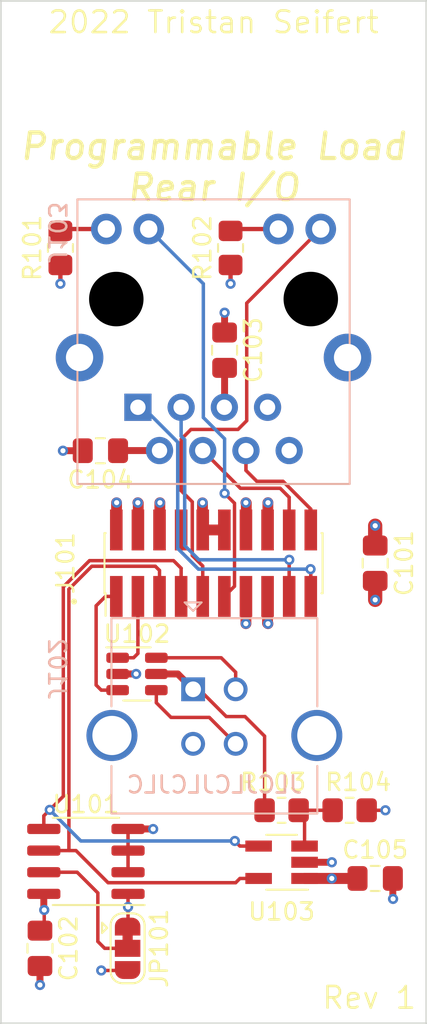
<source format=kicad_pcb>
(kicad_pcb (version 20211014) (generator pcbnew)
  (title_block (title "Rear IO (USB + Ethernet)") (rev "1") (comment 1 "Mounted to 12mm M2.5 standoffs on rear panel"))
  (layers (0 "F.Cu" signal) (1 "In1.Cu" signal) (2 "In2.Cu" signal) (31 "B.Cu" signal) (34 "B.Paste" user) (35 "F.Paste" user) (36 "B.SilkS" user "B.Silkscreen") (37 "F.SilkS" user "F.Silkscreen") (38 "B.Mask" user) (39 "F.Mask" user) (44 "Edge.Cuts" user))
  (net 0 "")
  (net 1 "+3V3")
  (net 2 "GND")
  (net 3 "/USB_D+")
  (net 4 "/USB_D-")
  (net 5 "/SCL")
  (net 6 "/SDA")
  (net 7 "/~{IRQ}")
  (net 8 "/ETH_LED1")
  (net 9 "/ETH_LED0")
  (net 10 "/ETH_TX-")
  (net 11 "/ETH_RX+")
  (net 12 "/ETH_TX+")
  (net 13 "/ETH_RX-")
  (net 14 "Net-(JP101-Pad2)")
  (net 15 "VBUS")
  (net 16 "Net-(J102-Pad2)")
  (net 17 "Net-(J102-Pad3)")
  (net 21 "Net-(J103-Pad9)")
  (net 22 "Net-(J103-Pad11)")
  (net 23 "Net-(C103-Pad2)")
  (net 24 "Net-(C104-Pad2)")
  (net 27 "Net-(R103-Pad2)")
  (footprint "Package_TO_SOT_SMD:SOT-23-6" (layer "F.Cu") (at 35.5 64.5)
    (fp_text reference "U102" (at 0 -2.35) (layer "F.SilkS"))
    (fp_text value "WE-TVS-82400102" hide)
    (fp_line (start 0 -1.56) (end -1.8 -1.56) (layer "F.SilkS") (width 0.12))
    (fp_line (start 0 1.56) (end -0.8 1.56) (layer "F.SilkS") (width 0.12))
    (fp_line (start 0 1.56) (end 0.8 1.56) (layer "F.SilkS") (width 0.12))
    (fp_line (start 0 -1.56) (end 0.8 -1.56) (layer "F.SilkS") (width 0.12))
    (pad "1" smd roundrect (at -1.1375 -0.95) (size 1.325 0.6) (layers "F.Cu" "F.Paste" "F.Mask") (net 4 "/USB_D-"))
    (pad "2" smd roundrect (at -1.1375 0) (size 1.325 0.6) (layers "F.Cu" "F.Paste" "F.Mask") (net 2 "GND"))
    (pad "3" smd roundrect (at -1.1375 0.95) (size 1.325 0.6) (layers "F.Cu" "F.Paste" "F.Mask") (net 3 "/USB_D+"))
    (pad "4" smd roundrect (at 1.1375 0.95) (size 1.325 0.6) (layers "F.Cu" "F.Paste" "F.Mask") (net 17 "Net-(J102-Pad3)"))
    (pad "5" smd roundrect (at 1.1375 0) (size 1.325 0.6) (layers "F.Cu" "F.Paste" "F.Mask") (net 15 "VBUS"))
    (pad "6" smd roundrect (at 1.1375 -0.95) (size 1.325 0.6) (layers "F.Cu" "F.Paste" "F.Mask") (net 16 "Net-(J102-Pad2)"))
  )
  (footprint "Capacitor_SMD:C_0805_2012Metric_Pad1.18x1.45mm_HandSolder" (layer "F.Cu") (at 49.5 76.5)
    (fp_text reference "C105" (at 0 -1.68) (layer "F.SilkS"))
    (fp_text value "100nF" hide)
    (fp_line (start -0.261252 -0.735) (end 0.261252 -0.735) (layer "F.SilkS") (width 0.12))
    (fp_line (start -0.261252 0.735) (end 0.261252 0.735) (layer "F.SilkS") (width 0.12))
    (pad "1" smd roundrect (at -1.0375 0) (size 1.175 1.45) (layers "F.Cu" "F.Paste" "F.Mask") (roundrect_rratio 0.2127659574) (net 1 "+3V3"))
    (pad "2" smd roundrect (at 1.0375 0) (size 1.175 1.45) (layers "F.Cu" "F.Paste" "F.Mask") (roundrect_rratio 0.2127659574) (net 2 "GND"))
  )
  (footprint "MountingHole:MountingHole_2.7mm_M2.5" (layer "F.Cu") (at 40 80)
    (fp_text reference "H102" hide)
    (fp_text value "MountingHole" hide)
    (pad "" np_thru_hole circle (at 0 0) (size 2.7 2.7) (drill 2.7) (layers *.Cu *.Mask))
  )
  (footprint "Jumper:SolderJumper-3_P1.3mm_Bridged12_RoundedPad1.0x1.5mm" (layer "F.Cu") (at 34.95 80.6 -90)
    (fp_text reference "JP101" (at 0 -1.85 90) (layer "F.SilkS"))
    (fp_text value "Cfg WP" hide)
    (fp_poly (pts (xy -0.9 -0.3) (xy -0.4 -0.3) (xy -0.4 0.3) (xy -0.9 0.3)) (layer "F.Cu") (width 0) (fill solid))
    (fp_line (start -1.2 1.2) (end -1.5 1.5) (layer "F.SilkS") (width 0.12))
    (fp_line (start -1.2 1.2) (end -0.9 1.5) (layer "F.SilkS") (width 0.12))
    (fp_line (start -1.4 -1) (end 1.4 -1) (layer "F.SilkS") (width 0.12))
    (fp_line (start 2.05 -0.3) (end 2.05 0.3) (layer "F.SilkS") (width 0.12))
    (fp_line (start 1.4 1) (end -1.4 1) (layer "F.SilkS") (width 0.12))
    (fp_line (start -1.5 1.5) (end -0.9 1.5) (layer "F.SilkS") (width 0.12))
    (fp_line (start -2.05 0.3) (end -2.05 -0.3) (layer "F.SilkS") (width 0.12))
    (fp_arc (start -1.35 1) (mid -1.844975 0.794975) (end -2.05 0.3) (layer "F.SilkS") (width 0.12))
    (fp_arc (start -2.05 -0.3) (mid -1.844975 -0.794975) (end -1.35 -1) (layer "F.SilkS") (width 0.12))
    (fp_arc (start 2.05 0.3) (mid 1.844975 0.794975) (end 1.35 1) (layer "F.SilkS") (width 0.12))
    (fp_arc (start 1.35 -1) (mid 1.844975 -0.794975) (end 2.05 -0.3) (layer "F.SilkS") (width 0.12))
    (pad "1" smd custom (at -1.3 0 270) (size 1 0.5) (layers "F.Cu" "F.Mask") (net 2 "GND") (options (clearance outline) (anchor rect)) (primitives (gr_circle (center 0 0.25) (end 0.5 0.25) (width 0) (fill yes)) (gr_circle (center 0 -0.25) (end 0.5 -0.25) (width 0) (fill yes)) (gr_poly (pts (xy 0.55 0.75) (xy 0 0.75) (xy 0 -0.75) (xy 0.55 -0.75)) (width 0) (fill yes))))
    (pad "2" smd rect (at 0 0 270) (size 1 1.5) (layers "F.Cu" "F.Mask") (net 14 "Net-(JP101-Pad2)"))
    (pad "3" smd custom (at 1.3 0 270) (size 1 0.5) (layers "F.Cu" "F.Mask") (net 1 "+3V3") (options (clearance outline) (anchor rect)) (primitives (gr_circle (center 0 0.25) (end 0.5 0.25) (width 0) (fill yes)) (gr_circle (center 0 -0.25) (end 0.5 -0.25) (width 0) (fill yes)) (gr_poly (pts (xy 0 0.75) (xy -0.55 0.75) (xy -0.55 -0.75) (xy 0 -0.75)) (width 0) (fill yes))))
  )
  (footprint "Capacitor_SMD:C_0805_2012Metric_Pad1.18x1.45mm_HandSolder" (layer "F.Cu") (at 29.8 80.6 -90)
    (fp_text reference "C102" (at 0 -1.68 90) (layer "F.SilkS"))
    (fp_text value "100nF" hide)
    (fp_line (start -0.261252 -0.735) (end 0.261252 -0.735) (layer "F.SilkS") (width 0.12))
    (fp_line (start -0.261252 0.735) (end 0.261252 0.735) (layer "F.SilkS") (width 0.12))
    (pad "1" smd roundrect (at -1.0375 0 270) (size 1.175 1.45) (layers "F.Cu" "F.Paste" "F.Mask") (roundrect_rratio 0.2127659574) (net 1 "+3V3"))
    (pad "2" smd roundrect (at 1.0375 0 270) (size 1.175 1.45) (layers "F.Cu" "F.Paste" "F.Mask") (roundrect_rratio 0.2127659574) (net 2 "GND"))
  )
  (footprint "Resistor_SMD:R_0805_2012Metric_Pad1.20x1.40mm_HandSolder" (layer "F.Cu") (at 48 72.5)
    (fp_text reference "R104" (at 0.5 -1.65) (layer "F.SilkS"))
    (fp_text value "12k" hide)
    (fp_line (start -0.227064 0.735) (end 0.227064 0.735) (layer "F.SilkS") (width 0.12))
    (fp_line (start -0.227064 -0.735) (end 0.227064 -0.735) (layer "F.SilkS") (width 0.12))
    (pad "1" smd roundrect (at -1 0) (size 1.2 1.4) (layers "F.Cu" "F.Paste" "F.Mask") (roundrect_rratio 0.2083333333) (net 27 "Net-(R103-Pad2)"))
    (pad "2" smd roundrect (at 1 0) (size 1.2 1.4) (layers "F.Cu" "F.Paste" "F.Mask") (roundrect_rratio 0.2083333333) (net 2 "GND"))
  )
  (footprint "Resistor_SMD:R_0805_2012Metric_Pad1.20x1.40mm_HandSolder" (layer "F.Cu") (at 31 39.5 90)
    (fp_text reference "R101" (at 0 -1.65 90) (layer "F.SilkS"))
    (fp_text value "100R" hide)
    (fp_line (start -0.227064 0.735) (end 0.227064 0.735) (layer "F.SilkS") (width 0.12))
    (fp_line (start -0.227064 -0.735) (end 0.227064 -0.735) (layer "F.SilkS") (width 0.12))
    (pad "1" smd roundrect (at -1 0 90) (size 1.2 1.4) (layers "F.Cu" "F.Paste" "F.Mask") (roundrect_rratio 0.2083333333) (net 1 "+3V3"))
    (pad "2" smd roundrect (at 1 0 90) (size 1.2 1.4) (layers "F.Cu" "F.Paste" "F.Mask") (roundrect_rratio 0.2083333333) (net 21 "Net-(J103-Pad9)"))
  )
  (footprint "Package_TO_SOT_SMD:SOT-23-5_HandSoldering" (layer "F.Cu") (at 44 75.55 180)
    (fp_text reference "U103" (at 0 -2.9) (layer "F.SilkS"))
    (fp_text value "MCP3021" hide)
    (fp_line (start 0.9 -1.61) (end -1.55 -1.61) (layer "F.SilkS") (width 0.12))
    (fp_line (start -0.9 1.61) (end 0.9 1.61) (layer "F.SilkS") (width 0.12))
    (pad "1" smd rect (at -1.35 -0.95 180) (size 1.56 0.65) (layers "F.Cu" "F.Paste" "F.Mask") (net 1 "+3V3"))
    (pad "2" smd rect (at -1.35 0 180) (size 1.56 0.65) (layers "F.Cu" "F.Paste" "F.Mask") (net 2 "GND"))
    (pad "3" smd rect (at -1.35 0.95 180) (size 1.56 0.65) (layers "F.Cu" "F.Paste" "F.Mask") (net 27 "Net-(R103-Pad2)"))
    (pad "4" smd rect (at 1.35 0.95 180) (size 1.56 0.65) (layers "F.Cu" "F.Paste" "F.Mask") (net 6 "/SDA"))
    (pad "5" smd rect (at 1.35 -0.95 180) (size 1.56 0.65) (layers "F.Cu" "F.Paste" "F.Mask") (net 5 "/SCL"))
  )
  (footprint "Capacitor_SMD:C_0805_2012Metric_Pad1.18x1.45mm_HandSolder" (layer "F.Cu") (at 49.5 58 90)
    (fp_text reference "C101" (at 0 1.7 90) (layer "F.SilkS"))
    (fp_text value "4.7µF" hide)
    (fp_line (start -0.261252 -0.735) (end 0.261252 -0.735) (layer "F.SilkS") (width 0.12))
    (fp_line (start -0.261252 0.735) (end 0.261252 0.735) (layer "F.SilkS") (width 0.12))
    (pad "1" smd roundrect (at -1.0375 0 90) (size 1.175 1.45) (layers "F.Cu" "F.Paste" "F.Mask") (roundrect_rratio 0.2127659574) (net 1 "+3V3"))
    (pad "2" smd roundrect (at 1.0375 0 90) (size 1.175 1.45) (layers "F.Cu" "F.Paste" "F.Mask") (roundrect_rratio 0.2127659574) (net 2 "GND"))
  )
  (footprint "MountingHole:MountingHole_2.7mm_M2.5" (layer "F.Cu") (at 40 30)
    (fp_text reference "H101" hide)
    (fp_text value "MountingHole" hide)
    (pad "" np_thru_hole circle locked (at 0 0) (size 2.7 2.7) (drill 2.7) (layers *.Cu *.Mask))
  )
  (footprint "Capacitor_SMD:C_0805_2012Metric_Pad1.18x1.45mm_HandSolder" (layer "F.Cu") (at 33.35 51.4)
    (fp_text reference "C104" (at 0 1.7) (layer "F.SilkS"))
    (fp_text value "100nF" hide)
    (fp_line (start -0.261252 -0.735) (end 0.261252 -0.735) (layer "F.SilkS") (width 0.12))
    (fp_line (start -0.261252 0.735) (end 0.261252 0.735) (layer "F.SilkS") (width 0.12))
    (pad "1" smd roundrect (at -1.0375 0) (size 1.175 1.45) (layers "F.Cu" "F.Paste" "F.Mask") (roundrect_rratio 0.2127659574) (net 2 "GND"))
    (pad "2" smd roundrect (at 1.0375 0) (size 1.175 1.45) (layers "F.Cu" "F.Paste" "F.Mask") (roundrect_rratio 0.2127659574) (net 24 "Net-(C104-Pad2)"))
  )
  (footprint "Resistor_SMD:R_0805_2012Metric_Pad1.20x1.40mm_HandSolder" (layer "F.Cu") (at 41 39.5 90)
    (fp_text reference "R102" (at 0 -1.65 90) (layer "F.SilkS"))
    (fp_text value "100R" hide)
    (fp_line (start -0.227064 -0.735) (end 0.227064 -0.735) (layer "F.SilkS") (width 0.12))
    (fp_line (start -0.227064 0.735) (end 0.227064 0.735) (layer "F.SilkS") (width 0.12))
    (pad "1" smd roundrect (at -1 0 90) (size 1.2 1.4) (layers "F.Cu" "F.Paste" "F.Mask") (roundrect_rratio 0.2083333333) (net 1 "+3V3"))
    (pad "2" smd roundrect (at 1 0 90) (size 1.2 1.4) (layers "F.Cu" "F.Paste" "F.Mask") (roundrect_rratio 0.2083333333) (net 22 "Net-(J103-Pad11)"))
  )
  (footprint "Package_SO:SOIC-8_3.9x4.9mm_P1.27mm" (layer "F.Cu") (at 32.5 75.5 180)
    (fp_text reference "U101" (at 0 3.35) (layer "F.SilkS"))
    (fp_text value "AT24CS32-SSHM" hide)
    (fp_line (start 0 -2.56) (end 1.95 -2.56) (layer "F.SilkS") (width 0.12))
    (fp_line (start 0 2.56) (end 1.95 2.56) (layer "F.SilkS") (width 0.12))
    (fp_line (start 0 -2.56) (end -3.45 -2.56) (layer "F.SilkS") (width 0.12))
    (fp_line (start 0 2.56) (end -1.95 2.56) (layer "F.SilkS") (width 0.12))
    (pad "1" smd roundrect (at -2.475 -1.905 180) (size 1.95 0.6) (layers "F.Cu" "F.Paste" "F.Mask") (net 2 "GND"))
    (pad "2" smd roundrect (at -2.475 -0.635 180) (size 1.95 0.6) (layers "F.Cu" "F.Paste" "F.Mask") (net 2 "GND"))
    (pad "3" smd roundrect (at -2.475 0.635 180) (size 1.95 0.6) (layers "F.Cu" "F.Paste" "F.Mask") (net 2 "GND"))
    (pad "4" smd roundrect (at -2.475 1.905 180) (size 1.95 0.6) (layers "F.Cu" "F.Paste" "F.Mask") (net 2 "GND"))
    (pad "5" smd roundrect (at 2.475 1.905 180) (size 1.95 0.6) (layers "F.Cu" "F.Paste" "F.Mask") (net 6 "/SDA"))
    (pad "6" smd roundrect (at 2.475 0.635 180) (size 1.95 0.6) (layers "F.Cu" "F.Paste" "F.Mask") (net 5 "/SCL"))
    (pad "7" smd roundrect (at 2.475 -0.635 180) (size 1.95 0.6) (layers "F.Cu" "F.Paste" "F.Mask") (net 14 "Net-(JP101-Pad2)"))
    (pad "8" smd roundrect (at 2.475 -1.905 180) (size 1.95 0.6) (layers "F.Cu" "F.Paste" "F.Mask") (net 1 "+3V3"))
  )
  (footprint "Resistor_SMD:R_0805_2012Metric_Pad1.20x1.40mm_HandSolder" (layer "F.Cu") (at 44 72.5)
    (fp_text reference "R103" (at -0.5 -1.65) (layer "F.SilkS"))
    (fp_text value "7k5" hide)
    (fp_line (start -0.227064 0.735) (end 0.227064 0.735) (layer "F.SilkS") (width 0.12))
    (fp_line (start -0.227064 -0.735) (end 0.227064 -0.735) (layer "F.SilkS") (width 0.12))
    (pad "1" smd roundrect (at -1 0) (size 1.2 1.4) (layers "F.Cu" "F.Paste" "F.Mask") (roundrect_rratio 0.2083333333) (net 15 "VBUS"))
    (pad "2" smd roundrect (at 1 0) (size 1.2 1.4) (layers "F.Cu" "F.Paste" "F.Mask") (roundrect_rratio 0.2083333333) (net 27 "Net-(R103-Pad2)"))
  )
  (footprint "Capacitor_SMD:C_0805_2012Metric_Pad1.18x1.45mm_HandSolder" (layer "F.Cu") (at 40.65 45.5 -90)
    (fp_text reference "C103" (at 0 -1.68 90) (layer "F.SilkS"))
    (fp_text value "100nF" hide)
    (fp_line (start -0.261252 -0.735) (end 0.261252 -0.735) (layer "F.SilkS") (width 0.12))
    (fp_line (start -0.261252 0.735) (end 0.261252 0.735) (layer "F.SilkS") (width 0.12))
    (pad "1" smd roundrect (at -1.0375 0 270) (size 1.175 1.45) (layers "F.Cu" "F.Paste" "F.Mask") (roundrect_rratio 0.2127659574) (net 2 "GND"))
    (pad "2" smd roundrect (at 1.0375 0 270) (size 1.175 1.45) (layers "F.Cu" "F.Paste" "F.Mask") (roundrect_rratio 0.2127659574) (net 23 "Net-(C103-Pad2)"))
  )
  (footprint "Connector_PinHeader_1.27mm:PinHeader_2x10_P1.27mm_Vertical_SMD" (layer "F.Cu") (at 40 58 90)
    (fp_text reference "J101" (at 0 -8.7 90) (layer "F.SilkS"))
    (fp_text value "Conn_02x10_Odd_Even" hide)
    (fp_line (start 1.765 -6.41) (end 1.765 -6.345) (layer "F.SilkS") (width 0.12))
    (fp_line (start -1.765 6.41) (end 1.765 6.41) (layer "F.SilkS") (width 0.12))
    (fp_line (start -1.765 -6.41) (end -1.765 -6.345) (layer "F.SilkS") (width 0.12))
    (fp_line (start 1.765 6.345) (end 1.765 6.41) (layer "F.SilkS") (width 0.12))
    (fp_line (start -3.09 -6.345) (end -1.765 -6.345) (layer "F.SilkS") (width 0.12))
    (fp_line (start -1.765 6.345) (end -1.765 6.41) (layer "F.SilkS") (width 0.12))
    (fp_line (start -1.765 -6.41) (end 1.765 -6.41) (layer "F.SilkS") (width 0.12))
    (pad "1" smd rect (at -1.95 -5.715 90) (size 2.4 0.74) (layers "F.Cu" "F.Paste" "F.Mask") (net 3 "/USB_D+"))
    (pad "2" smd rect (at 1.95 -5.715 90) (size 2.4 0.74) (layers "F.Cu" "F.Paste" "F.Mask") (net 2 "GND"))
    (pad "3" smd rect (at -1.95 -4.445 90) (size 2.4 0.74) (layers "F.Cu" "F.Paste" "F.Mask") (net 4 "/USB_D-"))
    (pad "4" smd rect (at 1.95 -4.445 90) (size 2.4 0.74) (layers "F.Cu" "F.Paste" "F.Mask") (net 2 "GND"))
    (pad "5" smd rect (at -1.95 -3.175 90) (size 2.4 0.74) (layers "F.Cu" "F.Paste" "F.Mask") (net 5 "/SCL"))
    (pad "6" smd rect (at 1.95 -3.175 90) (size 2.4 0.74) (layers "F.Cu" "F.Paste" "F.Mask") (net 2 "GND"))
    (pad "7" smd rect (at -1.95 -1.905 90) (size 2.4 0.74) (layers "F.Cu" "F.Paste" "F.Mask") (net 6 "/SDA"))
    (pad "8" smd rect (at 1.95 -1.905 90) (size 2.4 0.74) (layers "F.Cu" "F.Paste" "F.Mask") (net 7 "/~{IRQ}"))
    (pad "9" smd rect (at -1.95 -0.635 90) (size 2.4 0.74) (layers "F.Cu" "F.Paste" "F.Mask") (net 8 "/ETH_LED1"))
    (pad "10" smd rect (at 1.95 -0.635 90) (size 2.4 0.74) (layers "F.Cu" "F.Paste" "F.Mask") (net 1 "+3V3"))
    (pad "11" smd rect (at -1.95 0.635 90) (size 2.4 0.74) (layers "F.Cu" "F.Paste" "F.Mask") (net 9 "/ETH_LED0"))
    (pad "12" smd rect (at 1.95 0.635 90) (size 2.4 0.74) (layers "F.Cu" "F.Paste" "F.Mask") (net 1 "+3V3"))
    (pad "13" smd rect (at -1.95 1.905 90) (size 2.4 0.74) (layers "F.Cu" "F.Paste" "F.Mask") (net 2 "GND"))
    (pad "14" smd rect (at 1.95 1.905 90) (size 2.4 0.74) (layers "F.Cu" "F.Paste" "F.Mask") (net 2 "GND"))
    (pad "15" smd rect (at -1.95 3.175 90) (size 2.4 0.74) (layers "F.Cu" "F.Paste" "F.Mask") (net 2 "GND"))
    (pad "16" smd rect (at 1.95 3.175 90) (size 2.4 0.74) (layers "F.Cu" "F.Paste" "F.Mask") (net 2 "GND"))
    (pad "17" smd rect (at -1.95 4.445 90) (size 2.4 0.74) (layers "F.Cu" "F.Paste" "F.Mask") (net 10 "/ETH_TX-"))
    (pad "18" smd rect (at 1.95 4.445 90) (size 2.4 0.74) (layers "F.Cu" "F.Paste" "F.Mask") (net 11 "/ETH_RX+"))
    (pad "19" smd rect (at -1.95 5.715 90) (size 2.4 0.74) (layers "F.Cu" "F.Paste" "F.Mask") (net 12 "/ETH_TX+"))
    (pad "20" smd rect (at 1.95 5.715 90) (size 2.4 0.74) (layers "F.Cu" "F.Paste" "F.Mask") (net 13 "/ETH_RX-"))
  )
  (footprint "programmable-load:USB_B_TE_5787834_Vertical_ShieldSplit" (layer "B.Cu") (at 38.8 65.4 180)
    (fp_text reference "J102" (at 8 3.1 270 unlocked) (layer "B.SilkS") (effects (justify right mirror)))
    (fp_text value "USB_B")
    (fp_line (start -7.3 -1) (end -7.3 4.17) (layer "B.SilkS") (width 0.12))
    (fp_line (start -7.3 4.17) (end 4.8 4.17) (layer "B.SilkS") (width 0.12))
    (fp_line (start -0.5 5.1) (end 0 4.6) (layer "B.SilkS") (width 0.12))
    (fp_line (start 4.8 -7.29) (end -7.3 -7.29) (layer "B.SilkS") (width 0.12))
    (fp_line (start 4.8 4.17) (end 4.8 -1) (layer "B.SilkS") (width 0.12))
    (fp_line (start -7.3 -7.29) (end -7.3 -4.5) (layer "B.SilkS") (width 0.12))
    (fp_line (start 0.5 5.1) (end -0.5 5.1) (layer "B.SilkS") (width 0.12))
    (fp_line (start 0 4.6) (end 0.5 5.1) (layer "B.SilkS") (width 0.12))
    (fp_line (start 4.8 -4.5) (end 4.8 -7.29) (layer "B.SilkS") (width 0.12))
    (pad "1" thru_hole rect (at 0 0 180) (size 1.4 1.4) (drill 0.92) (layers *.Cu *.Mask) (net 15 "VBUS"))
    (pad "2" thru_hole circle (at -2.5 0 180) (size 1.4 1.4) (drill 0.92) (layers *.Cu *.Mask) (net 16 "Net-(J102-Pad2)"))
    (pad "3" thru_hole circle (at -2.5 -3.2 180) (size 1.4 1.4) (drill 0.92) (layers *.Cu *.Mask) (net 17 "Net-(J102-Pad3)"))
    (pad "4" thru_hole circle (at 0 -3.2 180) (size 1.4 1.4) (drill 0.92) (layers *.Cu *.Mask) (net 2 "GND"))
    (pad "5" thru_hole circle (at -7.27 -2.71 180) (size 3 3) (drill 2.3) (layers *.Cu *.Mask))
    (pad "6" thru_hole circle (at 4.77 -2.71 180) (size 3 3) (drill 2.3) (layers *.Cu *.Mask))
  )
  (footprint "programmable-load:ABRACON-ARJC07-111071A" (layer "B.Cu") (at 40 45)
    (fp_text reference "J103" (at -9.2 -8.3 270 unlocked) (layer "B.SilkS") (effects (justify right mirror)))
    (fp_text value "ARJC07-111071A")
    (fp_line (start -8 -8.35) (end -8 8.35) (layer "B.SilkS") (width 0.12))
    (fp_line (start 8 -8.35) (end 8 8.35) (layer "B.SilkS") (width 0.12))
    (fp_line (start 8 -8.35) (end -8 -8.35) (layer "B.SilkS") (width 0.12))
    (fp_line (start 8 8.35) (end -8 8.35) (layer "B.SilkS") (width 0.12))
    (pad "" np_thru_hole circle (at 5.715 -2.5) (size 3.2 3.2) (drill 3.2) (layers *.Mask))
    (pad "" np_thru_hole circle (at -5.715 -2.5) (size 3.2 3.2) (drill 3.2) (layers *.Mask))
    (pad "1" thru_hole rect (at -4.445 3.85) (size 1.6 1.6) (drill 0.9) (layers *.Cu *.Mask) (net 12 "/ETH_TX+"))
    (pad "2" thru_hole circle (at -3.175 6.39) (size 1.6 1.6) (drill 0.9) (layers *.Cu *.Mask) (net 24 "Net-(C104-Pad2)"))
    (pad "3" thru_hole circle (at -1.905 3.85) (size 1.6 1.6) (drill 0.9) (layers *.Cu *.Mask) (net 10 "/ETH_TX-"))
    (pad "4" thru_hole circle (at -0.635 6.39) (size 1.6 1.6) (drill 0.9) (layers *.Cu *.Mask) (net 11 "/ETH_RX+"))
    (pad "5" thru_hole circle (at 0.635 3.85) (size 1.6 1.6) (drill 0.9) (layers *.Cu *.Mask) (net 23 "Net-(C103-Pad2)"))
    (pad "6" thru_hole circle (at 1.905 6.39) (size 1.6 1.6) (drill 0.9) (layers *.Cu *.Mask) (net 13 "/ETH_RX-"))
    (pad "7" thru_hole circle (at 3.175 3.85) (size 1.6 1.6) (drill 0.9) (layers *.Cu *.Mask))
    (pad "8" thru_hole circle (at 4.445 6.39) (size 1.6 1.6) (drill 0.9) (layers *.Cu *.Mask))
    (pad "9" thru_hole circle (at -6.3 -6.61) (size 1.8 1.8) (drill 1.02) (layers *.Cu *.Mask) (net 21 "Net-(J103-Pad9)"))
    (pad "10" thru_hole circle (at -3.81 -6.61) (size 1.8 1.8) (drill 1.02) (layers *.Cu *.Mask) (net 9 "/ETH_LED0"))
    (pad "11" thru_hole circle (at 3.81 -6.61) (size 1.8 1.8) (drill 1.02) (layers *.Cu *.Mask) (net 22 "Net-(J103-Pad11)"))
    (pad "12" thru_hole circle (at 6.3 -6.61) (size 1.8 1.8) (drill 1.02) (layers *.Cu *.Mask) (net 8 "/ETH_LED1"))
    (pad "S1" thru_hole circle (at -7.875 0.93) (size 2.8 2.8) (drill 1.6) (layers *.Cu *.Mask))
    (pad "S2" thru_hole circle (at 7.875 0.93) (size 2.8 2.8) (drill 1.6) (layers *.Cu *.Mask))
  )
  (gr_circle (center 31.8 60.25) (end 31.9 60.25) (layer "F.SilkS") (width 0.15) (fill solid))
  (gr_line (start 27.5 25) (end 52.5 25) (layer "Edge.Cuts") (width 0.1))
  (gr_line (start 27.5 85) (end 52.5 85) (layer "Edge.Cuts") (width 0.1))
  (gr_line (start 52.5 25) (end 52.5 85) (layer "Edge.Cuts") (width 0.1))
  (gr_line (start 27.5 85) (end 27.5 25) (layer "Edge.Cuts") (width 0.1))
  (gr_text "JLCJLCJLCJLC" (at 40.05 71) (layer "B.SilkS") (effects (font (size 1 1)) (justify mirror)))
  (gr_text "Programmable Load\nRear I/O" (at 40 34.75) (layer "F.SilkS") (effects (font (size 1.5 1.5) (thickness 0.25) italic)))
  (gr_text "Rev 1" (at 52 83.5) (layer "F.SilkS") (effects (font (size 1.27 1.27)) (justify right)))
  (gr_text "2022 Tristan Seifert" (at 40 26.25) (layer "F.SilkS") (effects (font (size 1.27 1.27))))
  (segment (start 30.05 79.9) (end 30.05 78.35) (width 0.2032) (layer "F.Cu") (net 1))
  (segment (start 41 41.45) (end 41 41.6) (width 0.254) (layer "F.Cu") (net 1))
  (segment (start 49.5 58.95) (end 49.5 60.15) (width 0.8382) (layer "F.Cu") (net 1))
  (segment (start 30.025 77.405) (end 30.025 78.325) (width 0.4064) (layer "F.Cu") (net 1))
  (segment (start 41 40.5) (end 41 41.45) (width 0.254) (layer "F.Cu") (net 1))
  (segment (start 34.95 81.9) (end 33.4 81.9) (width 0.2032) (layer "F.Cu") (net 1))
  (segment (start 30.025 78.325) (end 30.05 78.35) (width 0.4064) (layer "F.Cu") (net 1))
  (segment (start 40.635 56.05) (end 39.365 56.05) (width 0.635) (layer "F.Cu") (net 1))
  (segment (start 45.35 76.5) (end 48.4625 76.5) (width 0.65) (layer "F.Cu") (net 1))
  (segment (start 39.35 56.05) (end 39.35 54.455) (width 0.635) (layer "F.Cu") (net 1))
  (segment (start 31 40.5) (end 31 41.6) (width 0.254) (layer "F.Cu") (net 1))
  (via (at 33.4 81.9) (size 0.6) (drill 0.3) (layers "F.Cu" "B.Cu") (net 1))
  (via (at 31 41.6) (size 0.6) (drill 0.3) (layers "F.Cu" "B.Cu") (net 1))
  (via (at 39.355 54.45) (size 0.6) (drill 0.3) (layers "F.Cu" "B.Cu") (net 1))
  (via (at 41 41.6) (size 0.6) (drill 0.3) (layers "F.Cu" "B.Cu") (net 1))
  (via (at 30.05 78.35) (size 0.6) (drill 0.3) (layers "F.Cu" "B.Cu") (net 1))
  (via (at 49.5 60.15) (size 0.6) (drill 0.3) (layers "F.Cu" "B.Cu") (net 1))
  (via (at 46.95 76.5) (size 0.6) (drill 0.3) (layers "F.Cu" "B.Cu") (net 1))
  (segment (start 41.905 61.545) (end 41.9 61.55) (width 0.635) (layer "F.Cu") (net 2))
  (segment (start 50.5375 76.5) (end 50.5375 77.6875) (width 0.4064) (layer "F.Cu") (net 2))
  (segment (start 34.975 79.925) (end 34.975 77.405) (width 0.2032) (layer "F.Cu") (net 2))
  (segment (start 36.845 56.05) (end 36.845 54.455) (width 0.635) (layer "F.Cu") (net 2))
  (segment (start 41.925 54.4725) (end 41.9 54.4475) (width 0.635) (layer "F.Cu") (net 2))
  (segment (start 40.65 44.4625) (end 40.65 43.3) (width 0.4064) (layer "F.Cu") (net 2))
  (segment (start 34.3625 64.5) (end 35.45 64.5) (width 0.4064) (layer "F.Cu") (net 2))
  (segment (start 34.975 74.865) (end 34.975 73.595) (width 0.2032) (layer "F.Cu") (net 2))
  (segment (start 34.975 74.865) (end 34.975 76.135) (width 0.2032) (layer "F.Cu") (net 2))
  (segment (start 35.575 54.475) (end 35.55 54.45) (width 0.635) (layer "F.Cu") (net 2))
  (segment (start 50.5375 77.6875) (end 50.55 77.7) (width 0.4064) (layer "F.Cu") (net 2))
  (segment (start 34.975 73.595) (end 36.445 73.595) (width 0.4064) (layer "F.Cu") (net 2))
  (segment (start 49 72.5) (end 50.1 72.5) (width 0.2032) (layer "F.Cu") (net 2))
  (segment (start 43.195 56.0475) (end 43.195 54.4525) (width 0.635) (layer "F.Cu") (net 2))
  (segment (start 41.905 59.95) (end 41.905 61.545) (width 0.635) (layer "F.Cu") (net 2))
  (segment (start 43.195 54.4525) (end 43.2 54.4475) (width 0.635) (layer "F.Cu") (net 2))
  (segment (start 35.575 56.05) (end 35.575 54.475) (width 0.635) (layer "F.Cu") (net 2))
  (segment (start 36.445 73.595) (end 36.45 73.6) (width 0.4064) (layer "F.Cu") (net 2))
  (segment (start 43.175 59.95) (end 43.175 61.525) (width 0.635) (layer "F.Cu") (net 2))
  (segment (start 49.5 57) (end 49.5 55.8) (width 0.8382) (layer "F.Cu") (net 2))
  (segment (start 36.845 54.455) (end 36.85 54.45) (width 0.635) (layer "F.Cu") (net 2))
  (segment (start 32.3125 51.4) (end 31.15 51.4) (width 0.4064) (layer "F.Cu") (net 2))
  (segment (start 45.35 75.55) (end 46.95 75.55) (width 0.4064) (layer "F.Cu") (net 2))
  (segment (start 29.8 81.6375) (end 29.8 82.75) (width 0.4064) (layer "F.Cu") (net 2))
  (segment (start 34.3 56.045) (end 34.3 54.45) (width 0.635) (layer "F.Cu") (net 2))
  (segment (start 41.925 56.0475) (end 41.925 54.4725) (width 0.635) (layer "F.Cu") (net 2))
  (segment (start 43.175 61.525) (end 43.2 61.55) (width 0.635) (layer "F.Cu") (net 2))
  (via (at 43.2 61.55) (size 0.6) (drill 0.3) (layers "F.Cu" "B.Cu") (net 2))
  (via (at 50.55 77.7) (size 0.6) (drill 0.3) (layers "F.Cu" "B.Cu") (net 2))
  (via (at 43.2 54.4475) (size 0.6) (drill 0.3) (layers "F.Cu" "B.Cu") (net 2))
  (via (at 35.55 54.45) (size 0.6) (drill 0.3) (layers "F.Cu" "B.Cu") (net 2))
  (via (at 46.95 75.55) (size 0.6) (drill 0.3) (layers "F.Cu" "B.Cu") (net 2))
  (via (at 36.85 54.45) (size 0.6) (drill 0.3) (layers "F.Cu" "B.Cu") (net 2))
  (via (at 31.15 51.4) (size 0.6) (drill 0.3) (layers "F.Cu" "B.Cu") (net 2))
  (via (at 34.305 54.445) (size 0.6) (drill 0.3) (layers "F.Cu" "B.Cu") (net 2))
  (via (at 49.5 55.8) (size 0.6) (drill 0.3) (layers "F.Cu" "B.Cu") (net 2))
  (via (at 41.9 61.55) (size 0.6) (drill 0.3) (layers "F.Cu" "B.Cu") (net 2))
  (via (at 50.1 72.5) (size 0.6) (drill 0.3) (layers "F.Cu" "B.Cu") (net 2))
  (via (at 35.45 64.5) (size 0.6) (drill 0.3) (layers "F.Cu" "B.Cu") (net 2))
  (via (at 40.65 43.3) (size 0.6) (drill 0.3) (layers "F.Cu" "B.Cu") (net 2))
  (via (at 41.9 54.4475) (size 0.6) (drill 0.3) (layers "F.Cu" "B.Cu") (net 2))
  (via (at 36.45 73.6) (size 0.6) (drill 0.3) (layers "F.Cu" "B.Cu") (net 2))
  (via (at 29.8 82.75) (size 0.6) (drill 0.3) (layers "F.Cu" "B.Cu") (net 2))
  (via (at 34.975 78.175) (size 0.6) (drill 0.3) (layers "F.Cu" "B.Cu") (net 2))
  (segment (start 33.4 65.45) (end 33.1 65.15) (width 0.2032) (layer "F.Cu") (net 3))
  (segment (start 34.3625 65.45) (end 33.4 65.45) (width 0.2032) (layer "F.Cu") (net 3))
  (segment (start 33.65 59.95) (end 34.285 59.95) (width 0.2032) (layer "F.Cu") (net 3))
  (segment (start 33.1 60.5) (end 33.1 64.35) (width 0.2032) (layer "F.Cu") (net 3))
  (segment (start 33.1 60.5) (end 33.65 59.95) (width 0.2032) (layer "F.Cu") (net 3))
  (segment (start 33.1 65.15) (end 33.1 64.35) (width 0.2032) (layer "F.Cu") (net 3))
  (segment (start 35.555 63.295) (end 35.3 63.55) (width 0.2032) (layer "F.Cu") (net 4))
  (segment (start 35.555 59.45) (end 35.555 63.295) (width 0.2032) (layer "F.Cu") (net 4))
  (segment (start 35.3 63.55) (end 34.3625 63.55) (width 0.2032) (layer "F.Cu") (net 4))
  (segment (start 31.915 74.865) (end 31.515 74.865) (width 0.2032) (layer "F.Cu") (net 5))
  (segment (start 31.5 59.525) (end 31.5 74.85) (width 0.2032) (layer "F.Cu") (net 5))
  (segment (start 33.8 76.75) (end 31.915 74.865) (width 0.2032) (layer "F.Cu") (net 5))
  (segment (start 36.57972 58.17972) (end 32.84528 58.17972) (width 0.2032) (layer "F.Cu") (net 5))
  (segment (start 41.3 76.75) (end 33.8 76.75) (width 0.2032) (layer "F.Cu") (net 5))
  (segment (start 42.65 76.5) (end 41.55 76.5) (width 0.2032) (layer "F.Cu") (net 5))
  (segment (start 36.825 58.425) (end 36.57972 58.17972) (width 0.2032) (layer "F.Cu") (net 5))
  (segment (start 41.55 76.5) (end 41.3 76.75) (width 0.2032) (layer "F.Cu") (net 5))
  (segment (start 32.84528 58.17972) (end 31.5 59.525) (width 0.2032) (layer "F.Cu") (net 5))
  (segment (start 31.515 74.865) (end 30.025 74.865) (width 0.2032) (layer "F.Cu") (net 5))
  (segment (start 36.825 59.95) (end 36.825 58.425) (width 0.2032) (layer "F.Cu") (net 5))
  (segment (start 31.5 74.85) (end 31.515 74.865) (width 0.2032) (layer "F.Cu") (net 5))
  (segment (start 37.65 57.85) (end 32.708705 57.850001) (width 0.2032) (layer "F.Cu") (net 6))
  (segment (start 30.025 72.825) (end 30.025 73.595) (width 0.2032) (layer "F.Cu") (net 6))
  (segment (start 31.17028 71.67972) (end 30.375 72.475) (width 0.2032) (layer "F.Cu") (net 6))
  (segment (start 30.375 72.475) (end 30.025 72.825) (width 0.2032) (layer "F.Cu") (net 6))
  (segment (start 38.1 58.3) (end 37.65 57.85) (width 0.2032) (layer "F.Cu") (net 6))
  (segment (start 38.095 58.305) (end 38.1 58.3) (width 0.2032) (layer "F.Cu") (net 6))
  (segment (start 32.708705 57.850001) (end 31.17028 59.388426) (width 0.2032) (layer "F.Cu") (net 6))
  (segment (start 31.17028 59.388426) (end 31.17028 71.67972) (width 0.2032) (layer "F.Cu") (net 6))
  (segment (start 38.095 59.95) (end 38.095 58.305) (width 0.2032) (layer "F.Cu") (net 6))
  (segment (start 41.55 74.6) (end 41.25 74.3) (width 0.2032) (layer "F.Cu") (net 6))
  (segment (start 42.65 74.6) (end 41.55 74.6) (width 0.2032) (layer "F.Cu") (net 6))
  (via (at 41.25 74.3) (size 0.6) (drill 0.3) (layers "F.Cu" "B.Cu") (net 6))
  (via (at 30.375 72.475) (size 0.6) (drill 0.3) (layers "F.Cu" "B.Cu") (net 6))
  (segment (start 41.25 74.3) (end 32.2 74.3) (width 0.2032) (layer "B.Cu") (net 6))
  (segment (start 32.2 74.3) (end 30.375 72.475) (width 0.2032) (layer "B.Cu") (net 6))
  (segment (start 38.1 50.725) (end 38.1 53.75) (width 0.2032) (layer "F.Cu") (net 8))
  (segment (start 46.3 38.39) (end 41.95 42.74) (width 0.2032) (layer "F.Cu") (net 8))
  (segment (start 41.95 49.6375) (end 41.4375 50.15) (width 0.2032) (layer "F.Cu") (net 8))
  (segment (start 38.75 57.55) (end 39.365 58.165) (width 0.2032) (layer "F.Cu") (net 8))
  (segment (start 41.95 42.74) (end 41.95 49.6375) (width 0.2032) (layer "F.Cu") (net 8))
  (segment (start 38.675 50.15) (end 38.1 50.725) (width 0.2032) (layer "F.Cu") (net 8))
  (segment (start 38.1 53.75) (end 38.75 54.4) (width 0.2032) (layer "F.Cu") (net 8))
  (segment (start 39.365 58.165) (end 39.365 59.95) (width 0.2032) (layer "F.Cu") (net 8))
  (segment (start 41.4375 50.15) (end 38.675 50.15) (width 0.2032) (layer "F.Cu") (net 8))
  (segment (start 38.75 54.4) (end 38.75 57.55) (width 0.2032) (layer "F.Cu") (net 8))
  (segment (start 41.233111 54.483111) (end 40.65 53.9) (width 0.2032) (layer "F.Cu") (net 9))
  (segment (start 41.233111 59.351889) (end 41.233111 54.483111) (width 0.2032) (layer "F.Cu") (net 9))
  (segment (start 40.635 59.95) (end 41.233111 59.351889) (width 0.2032) (layer "F.Cu") (net 9))
  (via (at 40.65 53.9) (size 0.6) (drill 0.3) (layers "F.Cu" "B.Cu") (net 9))
  (segment (start 39.4 49.45) (end 39.4 41.6) (width 0.2032) (layer "B.Cu") (net 9))
  (segment (start 39.4 41.6) (end 36.19 38.39) (width 0.2032) (layer "B.Cu") (net 9))
  (segment (start 40.65 53.9) (end 40.65 50.7) (width 0.2032) (layer "B.Cu") (net 9))
  (segment (start 40.65 50.7) (end 39.4 49.45) (width 0.2032) (layer "B.Cu") (net 9))
  (segment (start 44.445 57.805) (end 44.45 57.8) (width 0.205232) (layer "F.Cu") (net 10))
  (segment (start 44.445 59.95) (end 44.445 57.805) (width 0.205232) (layer "F.Cu") (net 10))
  (via (at 44.45 57.8) (size 0.6) (drill 0.3) (layers "F.Cu" "B.Cu") (net 10))
  (segment (start 38.304216 56.96541) (end 38.304216 50.754216) (width 0.205232) (layer "B.Cu") (net 10))
  (segment (start 38.304216 50.754216) (end 38.095 50.545) (width 0.205232) (layer "B.Cu") (net 10))
  (segment (start 39.138806 57.8) (end 38.304216 56.96541) (width 0.205232) (layer "B.Cu") (net 10))
  (segment (start 38.095 50.545) (end 38.095 48.85) (width 0.205232) (layer "B.Cu") (net 10))
  (segment (start 44.45 57.8) (end 39.138806 57.8) (width 0.205232) (layer "B.Cu") (net 10))
  (segment (start 41.579216 53.604216) (end 39.365 51.39) (width 0.205232) (layer "F.Cu") (net 11))
  (segment (start 43.91541 53.604216) (end 41.579216 53.604216) (width 0.205232) (layer "F.Cu") (net 11))
  (segment (start 44.445 54.133806) (end 43.91541 53.604216) (width 0.205232) (layer "F.Cu") (net 11))
  (segment (start 44.445 56.05) (end 44.445 54.133806) (width 0.205232) (layer "F.Cu") (net 11))
  (segment (start 45.715 58.365) (end 45.715 59.95) (width 0.205232) (layer "F.Cu") (net 12))
  (segment (start 45.7 58.35) (end 45.715 58.365) (width 0.205232) (layer "F.Cu") (net 12))
  (via (at 45.7 58.35) (size 0.6) (drill 0.3) (layers "F.Cu" "B.Cu") (net 12))
  (segment (start 39.111194 58.35) (end 37.895784 57.13459) (width 0.205232) (layer "B.Cu") (net 12))
  (segment (start 35.85 48.85) (end 35.555 48.85) (width 0.205232) (layer "B.Cu") (net 12))
  (segment (start 37.895784 57.13459) (end 37.895784 50.895784) (width 0.205232) (layer "B.Cu") (net 12))
  (segment (start 45.7 58.35) (end 39.111194 58.35) (width 0.205232) (layer "B.Cu") (net 12))
  (segment (start 37.895784 50.895784) (end 35.85 48.85) (width 0.205232) (layer "B.Cu") (net 12))
  (segment (start 41.905 51.39) (end 41.905 52.555) (width 0.205232) (layer "F.Cu") (net 13))
  (segment (start 44.08459 53.195784) (end 45.715 54.826194) (width 0.205232) (layer "F.Cu") (net 13))
  (segment (start 41.905 52.555) (end 42.545784 53.195784) (width 0.205232) (layer "F.Cu") (net 13))
  (segment (start 42.545784 53.195784) (end 44.08459 53.195784) (width 0.205232) (layer "F.Cu") (net 13))
  (segment (start 45.715 54.826194) (end 45.715 56.05) (width 0.205232) (layer "F.Cu") (net 13))
  (segment (start 33.2 77.35) (end 31.985 76.135) (width 0.2032) (layer "F.Cu") (net 14))
  (segment (start 33.6 80.6) (end 33.2 80.2) (width 0.2032) (layer "F.Cu") (net 14))
  (segment (start 34.95 80.6) (end 33.6 80.6) (width 0.2032) (layer "F.Cu") (net 14))
  (segment (start 31.985 76.135) (end 30.025 76.135) (width 0.2032) (layer "F.Cu") (net 14))
  (segment (start 33.2 80.2) (end 33.2 77.35) (width 0.2032) (layer "F.Cu") (net 14))
  (segment (start 37.9 64.5) (end 37.7 64.5) (width 0.4064) (layer "F.Cu") (net 15))
  (segment (start 38.8 65.4) (end 37.9 64.5) (width 0.4064) (layer "F.Cu") (net 15))
  (segment (start 43 72.5) (end 43 68.15) (width 0.2032) (layer "F.Cu") (net 15))
  (segment (start 36.6375 64.5) (end 37.7 64.5) (width 0.4064) (layer "F.Cu") (net 15))
  (segment (start 41.85 67) (end 40.75 67) (width 0.2032) (layer "F.Cu") (net 15))
  (segment (start 39.15 65.4) (end 38.8 65.4) (width 0.2032) (layer "F.Cu") (net 15))
  (segment (start 40.75 67) (end 39.15 65.4) (width 0.2032) (layer "F.Cu") (net 15))
  (segment (start 43 68.15) (end 41.85 67) (width 0.2032) (layer "F.Cu") (net 15))
  (segment (start 41.3 64.4) (end 40.45 63.55) (width 0.2032) (layer "F.Cu") (net 16))
  (segment (start 41.3 64.4) (end 41.3 65.4) (width 0.2032) (layer "F.Cu") (net 16))
  (segment (start 40.45 63.55) (end 40.25 63.55) (width 0.2032) (layer "F.Cu") (net 16))
  (segment (start 36.6375 63.55) (end 40.25 63.55) (width 0.2032) (layer "F.Cu") (net 16))
  (segment (start 36.6375 66.1875) (end 36.6375 65.45) (width 0.2032) (layer "F.Cu") (net 17))
  (segment (start 37.5 67.05) (end 39.75 67.05) (width 0.2032) (layer "F.Cu") (net 17))
  (segment (start 36.6375 66.1875) (end 37.5 67.05) (width 0.2032) (layer "F.Cu") (net 17))
  (segment (start 39.75 67.05) (end 41.3 68.6) (width 0.2032) (layer "F.Cu") (net 17))
  (segment (start 33.7 38.39) (end 31.11 38.39) (width 0.254) (layer "F.Cu") (net 21))
  (segment (start 31.11 38.39) (end 31 38.5) (width 0.2032) (layer "F.Cu") (net 21))
  (segment (start 41.11 38.39) (end 41 38.5) (width 0.2032) (layer "F.Cu") (net 22))
  (segment (start 43.81 38.39) (end 41.11 38.39) (width 0.254) (layer "F.Cu") (net 22))
  (segment (start 40.65 46.5375) (end 40.65 48.835) (width 0.4064) (layer "F.Cu") (net 23))
  (segment (start 40.65 48.835) (end 40.635 48.85) (width 0.4064) (layer "F.Cu") (net 23))
  (segment (start 34.3975 51.39) (end 34.3875 51.4) (width 0.4064) (layer "F.Cu") (net 24))
  (segment (start 36.825 51.39) (end 34.3975 51.39) (width 0.4064) (layer "F.Cu") (net 24))
  (segment (start 47 72.5) (end 45 72.5) (width 0.2032) (layer "F.Cu") (net 27))
  (segment (start 45.35 72.85) (end 45 72.5) (width 0.2032) (layer "F.Cu") (net 27))
  (segment (start 45.35 74.6) (end 45.35 72.85) (width 0.2032) (layer "F.Cu") (net 27))
)
</source>
